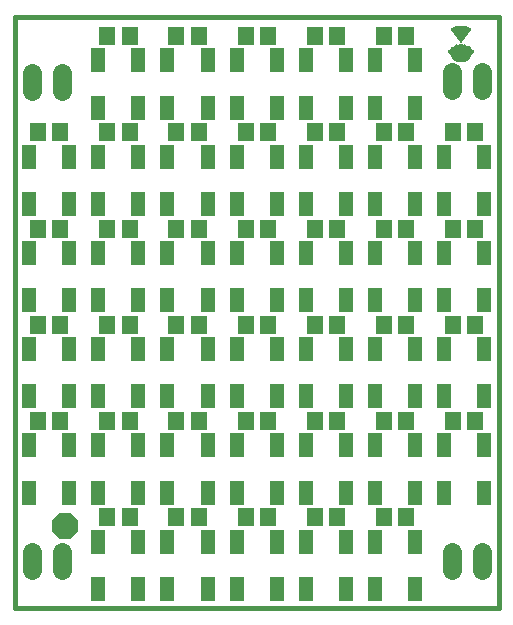
<source format=gts>
G75*
%MOIN*%
%OFA0B0*%
%FSLAX24Y24*%
%IPPOS*%
%LPD*%
%AMOC8*
5,1,8,0,0,1.08239X$1,22.5*
%
%ADD10C,0.0160*%
%ADD11R,0.0312X0.0004*%
%ADD12R,0.0344X0.0004*%
%ADD13R,0.0368X0.0004*%
%ADD14R,0.0392X0.0004*%
%ADD15R,0.0408X0.0004*%
%ADD16R,0.0424X0.0004*%
%ADD17R,0.0432X0.0004*%
%ADD18R,0.0448X0.0004*%
%ADD19R,0.0456X0.0004*%
%ADD20R,0.0472X0.0004*%
%ADD21R,0.0480X0.0004*%
%ADD22R,0.0488X0.0004*%
%ADD23R,0.0496X0.0004*%
%ADD24R,0.0504X0.0004*%
%ADD25R,0.0512X0.0004*%
%ADD26R,0.0520X0.0004*%
%ADD27R,0.0528X0.0004*%
%ADD28R,0.0536X0.0004*%
%ADD29R,0.0536X0.0004*%
%ADD30R,0.0544X0.0004*%
%ADD31R,0.0552X0.0004*%
%ADD32R,0.0560X0.0004*%
%ADD33R,0.0560X0.0004*%
%ADD34R,0.0568X0.0004*%
%ADD35R,0.0576X0.0004*%
%ADD36R,0.0584X0.0004*%
%ADD37R,0.0592X0.0004*%
%ADD38R,0.0592X0.0004*%
%ADD39R,0.0600X0.0004*%
%ADD40R,0.0608X0.0004*%
%ADD41R,0.0608X0.0004*%
%ADD42R,0.0616X0.0004*%
%ADD43R,0.0624X0.0004*%
%ADD44R,0.0632X0.0004*%
%ADD45R,0.0632X0.0004*%
%ADD46R,0.0640X0.0004*%
%ADD47R,0.0648X0.0004*%
%ADD48R,0.0648X0.0004*%
%ADD49R,0.0656X0.0004*%
%ADD50R,0.0664X0.0004*%
%ADD51R,0.0664X0.0004*%
%ADD52R,0.0672X0.0004*%
%ADD53R,0.0680X0.0004*%
%ADD54R,0.0680X0.0004*%
%ADD55R,0.0688X0.0004*%
%ADD56R,0.0696X0.0004*%
%ADD57R,0.0700X0.0004*%
%ADD58R,0.0708X0.0004*%
%ADD59R,0.0716X0.0004*%
%ADD60R,0.0720X0.0004*%
%ADD61R,0.0720X0.0004*%
%ADD62R,0.0724X0.0004*%
%ADD63R,0.0808X0.0004*%
%ADD64R,0.0824X0.0004*%
%ADD65R,0.0832X0.0004*%
%ADD66R,0.0840X0.0004*%
%ADD67R,0.0848X0.0004*%
%ADD68R,0.0856X0.0004*%
%ADD69R,0.0860X0.0004*%
%ADD70R,0.0864X0.0004*%
%ADD71R,0.0864X0.0004*%
%ADD72R,0.0868X0.0004*%
%ADD73R,0.0872X0.0004*%
%ADD74R,0.0872X0.0004*%
%ADD75R,0.0860X0.0004*%
%ADD76R,0.0832X0.0004*%
%ADD77R,0.0824X0.0004*%
%ADD78R,0.0708X0.0004*%
%ADD79R,0.0712X0.0004*%
%ADD80R,0.0712X0.0004*%
%ADD81R,0.0700X0.0004*%
%ADD82R,0.0696X0.0004*%
%ADD83R,0.0692X0.0004*%
%ADD84R,0.0668X0.0004*%
%ADD85R,0.0660X0.0004*%
%ADD86R,0.0452X0.0004*%
%ADD87R,0.0188X0.0004*%
%ADD88R,0.0448X0.0004*%
%ADD89R,0.0440X0.0004*%
%ADD90R,0.0184X0.0004*%
%ADD91R,0.0432X0.0004*%
%ADD92R,0.0184X0.0004*%
%ADD93R,0.0424X0.0004*%
%ADD94R,0.0412X0.0004*%
%ADD95R,0.0128X0.0004*%
%ADD96R,0.0044X0.0004*%
%ADD97R,0.0400X0.0004*%
%ADD98R,0.0008X0.0004*%
%ADD99R,0.0388X0.0004*%
%ADD100R,0.0132X0.0004*%
%ADD101R,0.0360X0.0004*%
%ADD102R,0.0136X0.0004*%
%ADD103R,0.0340X0.0004*%
%ADD104R,0.0140X0.0004*%
%ADD105R,0.0328X0.0004*%
%ADD106R,0.0144X0.0004*%
%ADD107R,0.0324X0.0004*%
%ADD108R,0.0148X0.0004*%
%ADD109R,0.0320X0.0004*%
%ADD110R,0.0156X0.0004*%
%ADD111R,0.0316X0.0004*%
%ADD112R,0.0176X0.0004*%
%ADD113R,0.0080X0.0004*%
%ADD114R,0.0052X0.0004*%
%ADD115R,0.0380X0.0004*%
%ADD116R,0.0372X0.0004*%
%ADD117R,0.0356X0.0004*%
%ADD118R,0.0004X0.0004*%
%ADD119R,0.0308X0.0004*%
%ADD120R,0.0060X0.0004*%
%ADD121R,0.0240X0.0004*%
%ADD122R,0.0232X0.0004*%
%ADD123R,0.0044X0.0004*%
%ADD124R,0.0164X0.0004*%
%ADD125R,0.0056X0.0004*%
%ADD126R,0.0036X0.0004*%
%ADD127R,0.0156X0.0004*%
%ADD128R,0.0048X0.0004*%
%ADD129R,0.0024X0.0004*%
%ADD130R,0.0036X0.0004*%
%ADD131R,0.0016X0.0004*%
%ADD132R,0.0028X0.0004*%
%ADD133R,0.0012X0.0004*%
%ADD134R,0.0124X0.0004*%
%ADD135R,0.0108X0.0004*%
%ADD136R,0.0008X0.0004*%
%ADD137R,0.0092X0.0004*%
%ADD138R,0.0068X0.0004*%
%ADD139R,0.0008X0.0004*%
%ADD140R,0.0016X0.0004*%
%ADD141R,0.0024X0.0004*%
%ADD142R,0.0032X0.0004*%
%ADD143R,0.0032X0.0004*%
%ADD144R,0.0040X0.0004*%
%ADD145R,0.0056X0.0004*%
%ADD146R,0.0064X0.0004*%
%ADD147R,0.0072X0.0004*%
%ADD148R,0.0088X0.0004*%
%ADD149R,0.0096X0.0004*%
%ADD150R,0.0104X0.0004*%
%ADD151R,0.0112X0.0004*%
%ADD152R,0.0120X0.0004*%
%ADD153R,0.0124X0.0004*%
%ADD154R,0.0128X0.0004*%
%ADD155R,0.0144X0.0004*%
%ADD156R,0.0152X0.0004*%
%ADD157R,0.0152X0.0004*%
%ADD158R,0.0160X0.0004*%
%ADD159R,0.0168X0.0004*%
%ADD160R,0.0176X0.0004*%
%ADD161R,0.0184X0.0004*%
%ADD162R,0.0192X0.0004*%
%ADD163R,0.0200X0.0004*%
%ADD164R,0.0208X0.0004*%
%ADD165R,0.0216X0.0004*%
%ADD166R,0.0216X0.0004*%
%ADD167R,0.0224X0.0004*%
%ADD168R,0.0232X0.0004*%
%ADD169R,0.0240X0.0004*%
%ADD170R,0.0248X0.0004*%
%ADD171R,0.0256X0.0004*%
%ADD172R,0.0264X0.0004*%
%ADD173R,0.0272X0.0004*%
%ADD174R,0.0280X0.0004*%
%ADD175R,0.0288X0.0004*%
%ADD176R,0.0296X0.0004*%
%ADD177R,0.0304X0.0004*%
%ADD178R,0.0320X0.0004*%
%ADD179R,0.0328X0.0004*%
%ADD180R,0.0336X0.0004*%
%ADD181R,0.0336X0.0004*%
%ADD182R,0.0200X0.0004*%
%ADD183R,0.0128X0.0004*%
%ADD184R,0.0204X0.0004*%
%ADD185R,0.0216X0.0004*%
%ADD186R,0.0228X0.0004*%
%ADD187R,0.0416X0.0004*%
%ADD188R,0.0424X0.0004*%
%ADD189R,0.0428X0.0004*%
%ADD190R,0.0304X0.0004*%
%ADD191R,0.0180X0.0004*%
%ADD192R,0.0112X0.0004*%
%ADD193R,0.0176X0.0004*%
%ADD194R,0.0112X0.0004*%
%ADD195R,0.0132X0.0004*%
%ADD196R,0.0116X0.0004*%
%ADD197R,0.0332X0.0004*%
%ADD198R,0.0336X0.0004*%
%ADD199R,0.0480X0.0004*%
%ADD200R,0.0496X0.0004*%
%ADD201R,0.0512X0.0004*%
%ADD202R,0.0544X0.0004*%
%ADD203R,0.0208X0.0004*%
%ADD204R,0.0356X0.0004*%
%ADD205R,0.0208X0.0004*%
%ADD206R,0.0364X0.0004*%
%ADD207R,0.0212X0.0004*%
%ADD208R,0.0368X0.0004*%
%ADD209R,0.0220X0.0004*%
%ADD210R,0.0600X0.0004*%
%ADD211R,0.0356X0.0004*%
%ADD212R,0.0228X0.0004*%
%ADD213R,0.0236X0.0004*%
%ADD214R,0.0360X0.0004*%
%ADD215R,0.0368X0.0004*%
%ADD216R,0.0244X0.0004*%
%ADD217R,0.0252X0.0004*%
%ADD218R,0.0376X0.0004*%
%ADD219R,0.0672X0.0004*%
%ADD220R,0.0624X0.0004*%
%ADD221R,0.0596X0.0004*%
%ADD222R,0.0552X0.0004*%
%ADD223R,0.0456X0.0004*%
%ADD224R,0.0384X0.0004*%
%ADD225R,0.0352X0.0004*%
%ADD226R,0.0188X0.0004*%
%ADD227R,0.0108X0.0004*%
%ADD228R,0.0473X0.0827*%
%ADD229R,0.0552X0.0631*%
%ADD230C,0.0640*%
%ADD231OC8,0.0890*%
D10*
X000208Y000180D02*
X016349Y000180D01*
X016349Y019865D01*
X000208Y019865D01*
X000208Y000180D01*
D11*
X015088Y018382D03*
X015092Y018894D03*
X015088Y019194D03*
X015088Y019198D03*
D12*
X015088Y018386D03*
D13*
X015088Y018390D03*
D14*
X015088Y018394D03*
X015064Y018878D03*
D15*
X015088Y019258D03*
X015088Y019262D03*
X015088Y019518D03*
X015088Y018398D03*
D16*
X015088Y018402D03*
D17*
X015088Y018406D03*
X015088Y019278D03*
X015088Y019514D03*
D18*
X015088Y018410D03*
D19*
X015088Y018414D03*
D20*
X015088Y018418D03*
D21*
X015088Y018422D03*
X015088Y019506D03*
D22*
X015088Y019314D03*
X015088Y018426D03*
D23*
X015088Y018430D03*
D24*
X015088Y018434D03*
X015088Y019326D03*
D25*
X015088Y019498D03*
X015088Y018438D03*
D26*
X015088Y018442D03*
X015088Y019334D03*
X015088Y019338D03*
D27*
X015088Y019342D03*
X015088Y018446D03*
D28*
X015088Y018450D03*
D29*
X015088Y018454D03*
X015088Y019346D03*
X015088Y019494D03*
D30*
X015088Y019354D03*
X015088Y018458D03*
D31*
X015088Y018462D03*
X015088Y019358D03*
D32*
X015088Y019362D03*
X015088Y018466D03*
D33*
X015088Y018470D03*
D34*
X015088Y018474D03*
X015088Y019366D03*
X015088Y019486D03*
D35*
X015088Y018482D03*
X015088Y018478D03*
D36*
X015088Y018486D03*
X015088Y019482D03*
D37*
X015088Y018490D03*
D38*
X015088Y018494D03*
D39*
X015088Y018498D03*
X015088Y018502D03*
D40*
X015088Y018506D03*
X015088Y019474D03*
D41*
X015088Y018510D03*
D42*
X015088Y018514D03*
X015088Y018518D03*
D43*
X015088Y018522D03*
X015088Y018526D03*
D44*
X015088Y018530D03*
D45*
X015088Y018534D03*
X015088Y019466D03*
D46*
X015088Y018542D03*
X015088Y018538D03*
D47*
X015088Y018546D03*
X015088Y018554D03*
X015088Y019462D03*
D48*
X015088Y018550D03*
D49*
X015088Y018558D03*
X015088Y018562D03*
X015088Y019426D03*
X015088Y019458D03*
D50*
X015088Y019454D03*
X015088Y019434D03*
X015088Y018566D03*
D51*
X015088Y018570D03*
X015088Y019430D03*
D52*
X015088Y019438D03*
X015092Y018806D03*
X015088Y018582D03*
X015088Y018578D03*
X015088Y018574D03*
D53*
X015088Y018586D03*
X015088Y018802D03*
X015088Y019442D03*
X015088Y019446D03*
D54*
X015088Y018590D03*
D55*
X015088Y018594D03*
X015088Y018598D03*
X015088Y018798D03*
D56*
X015088Y018606D03*
X015088Y018602D03*
D57*
X015090Y018610D03*
D58*
X015090Y018614D03*
X015090Y018618D03*
D59*
X015090Y018622D03*
X015090Y018626D03*
D60*
X015088Y018630D03*
D61*
X015088Y018634D03*
D62*
X015086Y018638D03*
D63*
X015088Y018642D03*
X015088Y018734D03*
D64*
X015088Y018646D03*
D65*
X015088Y018650D03*
D66*
X015088Y018654D03*
X015088Y018722D03*
D67*
X015088Y018718D03*
X015088Y018658D03*
D68*
X015088Y018662D03*
X015088Y018714D03*
D69*
X015086Y018666D03*
D70*
X015088Y018670D03*
D71*
X015088Y018674D03*
X015088Y018702D03*
X015088Y018706D03*
D72*
X015086Y018698D03*
X015086Y018682D03*
X015086Y018678D03*
D73*
X015088Y018686D03*
X015088Y018694D03*
D74*
X015088Y018690D03*
D75*
X015086Y018710D03*
D76*
X015088Y018726D03*
D77*
X015088Y018730D03*
D78*
X015078Y018766D03*
X015082Y018778D03*
D79*
X015080Y018770D03*
D80*
X015080Y018774D03*
D81*
X015082Y018782D03*
X015082Y018786D03*
D82*
X015084Y018790D03*
D83*
X015086Y018794D03*
D84*
X015094Y018810D03*
D85*
X015094Y018814D03*
X015094Y018818D03*
D86*
X015194Y018822D03*
D87*
X014862Y018838D03*
X014858Y018826D03*
X014858Y018822D03*
D88*
X015196Y018826D03*
D89*
X015196Y018830D03*
D90*
X014860Y018830D03*
D91*
X015196Y018834D03*
D92*
X014860Y018834D03*
D93*
X015200Y018838D03*
D94*
X015202Y018842D03*
D95*
X014900Y018846D03*
X014896Y018842D03*
X014980Y019218D03*
X014976Y019222D03*
D96*
X014790Y018842D03*
D97*
X015204Y018846D03*
X015088Y019254D03*
D98*
X015088Y018994D03*
X014772Y018846D03*
D99*
X015206Y018850D03*
D100*
X014906Y018850D03*
X015250Y019290D03*
D101*
X015200Y019378D03*
X015216Y018854D03*
D102*
X015088Y018922D03*
X015088Y019078D03*
X014968Y019238D03*
X014908Y018854D03*
D103*
X015222Y018858D03*
D104*
X014914Y018858D03*
X014966Y019242D03*
D105*
X015156Y019298D03*
X015220Y018862D03*
D106*
X014920Y018862D03*
D107*
X015218Y018866D03*
D108*
X015090Y018918D03*
X014926Y018866D03*
D109*
X015212Y018870D03*
X015088Y019530D03*
D110*
X014970Y019250D03*
X014934Y018870D03*
D111*
X015206Y018874D03*
D112*
X014952Y018874D03*
D113*
X015088Y019038D03*
X015088Y019042D03*
X015316Y018878D03*
D114*
X015314Y018882D03*
X015214Y018906D03*
D115*
X015066Y018882D03*
D116*
X015070Y018886D03*
D117*
X015074Y018890D03*
X015194Y019370D03*
D118*
X014922Y018894D03*
D119*
X015094Y018898D03*
D120*
X015214Y018902D03*
D121*
X015060Y018902D03*
X015088Y019146D03*
X015288Y019414D03*
X015088Y019538D03*
D122*
X015276Y019394D03*
X015280Y019398D03*
X015060Y018906D03*
D123*
X015218Y018910D03*
D124*
X015090Y018910D03*
D125*
X014976Y018910D03*
D126*
X015218Y018914D03*
D127*
X015090Y018914D03*
D128*
X015088Y019018D03*
X014972Y018914D03*
D129*
X015220Y018918D03*
D130*
X015090Y018942D03*
X014970Y018918D03*
D131*
X014964Y018926D03*
X015220Y018922D03*
D132*
X014966Y018922D03*
D133*
X015222Y018926D03*
D134*
X015090Y018926D03*
X015246Y019282D03*
X014914Y019306D03*
D135*
X015090Y018930D03*
D136*
X014960Y018930D03*
D137*
X015090Y018934D03*
D138*
X015090Y018938D03*
D139*
X015088Y018990D03*
D140*
X015088Y018998D03*
D141*
X015088Y019002D03*
D142*
X015088Y019006D03*
D143*
X015088Y019010D03*
D144*
X015088Y019014D03*
D145*
X015088Y019022D03*
X015088Y019026D03*
D146*
X015088Y019030D03*
D147*
X015088Y019034D03*
D148*
X015088Y019046D03*
D149*
X015088Y019050D03*
D150*
X015088Y019054D03*
X015088Y019058D03*
D151*
X015088Y019062D03*
D152*
X015088Y019066D03*
X014912Y019302D03*
D153*
X015090Y019070D03*
D154*
X015088Y019074D03*
X014972Y019226D03*
X014968Y019234D03*
X015248Y019286D03*
D155*
X015088Y019082D03*
X014968Y019246D03*
D156*
X015088Y019086D03*
D157*
X015088Y019090D03*
D158*
X015088Y019094D03*
D159*
X015088Y019098D03*
X015088Y019102D03*
D160*
X015088Y019106D03*
D161*
X015088Y019110D03*
D162*
X015088Y019114D03*
X015088Y019118D03*
D163*
X015088Y019122D03*
X015160Y019218D03*
X015164Y019222D03*
X015168Y019226D03*
D164*
X015172Y019238D03*
X015088Y019126D03*
D165*
X015088Y019130D03*
D166*
X015088Y019134D03*
D167*
X015088Y019138D03*
D168*
X015088Y019142D03*
X015284Y019406D03*
D169*
X015088Y019150D03*
D170*
X015088Y019154D03*
D171*
X015088Y019158D03*
D172*
X015088Y019162D03*
X015088Y019166D03*
D173*
X015088Y019170D03*
D174*
X015088Y019174D03*
X015088Y019534D03*
D175*
X015088Y019182D03*
X015088Y019178D03*
D176*
X015088Y019186D03*
D177*
X015088Y019190D03*
D178*
X015088Y019202D03*
D179*
X015088Y019206D03*
D180*
X015088Y019210D03*
D181*
X015088Y019214D03*
D182*
X015168Y019230D03*
D183*
X014972Y019230D03*
D184*
X014902Y019374D03*
X015170Y019234D03*
D185*
X015172Y019242D03*
X015172Y019246D03*
D186*
X015170Y019250D03*
D187*
X015088Y019266D03*
D188*
X015088Y019270D03*
D189*
X015086Y019274D03*
D190*
X015020Y019282D03*
D191*
X015078Y019286D03*
X015082Y019294D03*
D192*
X014920Y019286D03*
X014916Y019294D03*
D193*
X015080Y019290D03*
D194*
X014916Y019290D03*
D195*
X015250Y019294D03*
D196*
X014914Y019298D03*
D197*
X015158Y019302D03*
D198*
X015156Y019306D03*
D199*
X015088Y019310D03*
D200*
X015088Y019318D03*
X015088Y019322D03*
X015088Y019502D03*
D201*
X015088Y019330D03*
D202*
X015088Y019350D03*
D203*
X014908Y019370D03*
D204*
X014958Y019398D03*
X014958Y019402D03*
X015198Y019374D03*
D205*
X014900Y019378D03*
D206*
X015202Y019382D03*
D207*
X014898Y019382D03*
D208*
X015200Y019386D03*
D209*
X014902Y019386D03*
D210*
X015088Y019390D03*
D211*
X014962Y019394D03*
X014954Y019406D03*
D212*
X015282Y019402D03*
D213*
X015286Y019410D03*
D214*
X014952Y019410D03*
D215*
X014952Y019414D03*
X014952Y019418D03*
D216*
X015286Y019418D03*
D217*
X015286Y019422D03*
D218*
X014952Y019422D03*
D219*
X015088Y019450D03*
D220*
X015088Y019470D03*
D221*
X015086Y019478D03*
D222*
X015088Y019490D03*
D223*
X015088Y019510D03*
D224*
X015088Y019522D03*
D225*
X015088Y019526D03*
D226*
X015090Y019542D03*
D227*
X015086Y019546D03*
D228*
X013560Y018428D03*
X013560Y016853D03*
X012221Y016853D03*
X011254Y016853D03*
X011254Y018428D03*
X012221Y018428D03*
X009915Y018428D03*
X008948Y018428D03*
X008948Y016853D03*
X009915Y016853D03*
X009915Y015219D03*
X008948Y015219D03*
X008948Y013645D03*
X009915Y013645D03*
X011254Y013645D03*
X012221Y013645D03*
X012221Y015219D03*
X011254Y015219D03*
X013560Y015219D03*
X014527Y015219D03*
X014527Y013645D03*
X013560Y013645D03*
X013560Y012011D03*
X014527Y012011D03*
X014527Y010436D03*
X013560Y010436D03*
X012221Y010436D03*
X011254Y010436D03*
X011254Y012011D03*
X012221Y012011D03*
X009915Y012011D03*
X008948Y012011D03*
X008948Y010436D03*
X009915Y010436D03*
X009915Y008802D03*
X008948Y008802D03*
X008948Y007227D03*
X009915Y007227D03*
X011254Y007227D03*
X012221Y007227D03*
X012221Y008802D03*
X011254Y008802D03*
X013560Y008802D03*
X014527Y008802D03*
X014527Y007227D03*
X013560Y007227D03*
X013560Y005593D03*
X014527Y005593D03*
X014527Y004019D03*
X013560Y004019D03*
X012221Y004019D03*
X011254Y004019D03*
X011254Y005593D03*
X012221Y005593D03*
X009915Y005593D03*
X008948Y005593D03*
X008948Y004019D03*
X009915Y004019D03*
X009915Y002385D03*
X008948Y002385D03*
X008948Y000810D03*
X009915Y000810D03*
X011254Y000810D03*
X012221Y000810D03*
X012221Y002385D03*
X011254Y002385D03*
X013560Y002385D03*
X013560Y000810D03*
X015865Y004019D03*
X015865Y005593D03*
X015865Y007227D03*
X015865Y008802D03*
X015865Y010436D03*
X015865Y012011D03*
X015865Y013645D03*
X015865Y015219D03*
X007609Y015219D03*
X006641Y015219D03*
X006641Y013645D03*
X007609Y013645D03*
X007609Y012011D03*
X006641Y012011D03*
X006641Y010436D03*
X007609Y010436D03*
X007609Y008802D03*
X006641Y008802D03*
X006641Y007227D03*
X007609Y007227D03*
X007609Y005593D03*
X006641Y005593D03*
X006641Y004019D03*
X007609Y004019D03*
X007609Y002385D03*
X006641Y002385D03*
X006641Y000810D03*
X007609Y000810D03*
X005302Y000810D03*
X004334Y000810D03*
X004334Y002385D03*
X005302Y002385D03*
X005302Y004019D03*
X004334Y004019D03*
X004334Y005593D03*
X005302Y005593D03*
X005302Y007227D03*
X004334Y007227D03*
X004334Y008802D03*
X005302Y008802D03*
X005302Y010436D03*
X004334Y010436D03*
X004334Y012011D03*
X005302Y012011D03*
X005302Y013645D03*
X004334Y013645D03*
X004334Y015219D03*
X005302Y015219D03*
X005302Y016853D03*
X004334Y016853D03*
X004334Y018428D03*
X005302Y018428D03*
X006641Y018428D03*
X007609Y018428D03*
X007609Y016853D03*
X006641Y016853D03*
X002995Y016853D03*
X002995Y018428D03*
X002995Y015219D03*
X002030Y015219D03*
X002030Y013645D03*
X002995Y013645D03*
X002995Y012011D03*
X002030Y012011D03*
X002030Y010436D03*
X002995Y010436D03*
X002995Y008802D03*
X002030Y008802D03*
X002030Y007227D03*
X002995Y007227D03*
X002995Y005593D03*
X002030Y005593D03*
X002030Y004019D03*
X002995Y004019D03*
X002995Y002385D03*
X002995Y000810D03*
X000691Y004019D03*
X000691Y005593D03*
X000691Y007227D03*
X000691Y008802D03*
X000691Y010436D03*
X000691Y012011D03*
X000691Y013645D03*
X000691Y015219D03*
D229*
X000987Y016026D03*
X001735Y016026D03*
X003290Y016026D03*
X004038Y016026D03*
X005597Y016026D03*
X006345Y016026D03*
X007904Y016026D03*
X008652Y016026D03*
X010210Y016026D03*
X010958Y016026D03*
X012516Y016026D03*
X013264Y016026D03*
X014822Y016026D03*
X015570Y016026D03*
X015570Y012818D03*
X014822Y012818D03*
X013264Y012818D03*
X012516Y012818D03*
X010958Y012818D03*
X010210Y012818D03*
X008652Y012818D03*
X007904Y012818D03*
X006345Y012818D03*
X005597Y012818D03*
X004038Y012818D03*
X003290Y012818D03*
X001735Y012818D03*
X000987Y012818D03*
X000987Y009609D03*
X001735Y009609D03*
X003290Y009609D03*
X004038Y009609D03*
X005597Y009609D03*
X006345Y009609D03*
X007904Y009609D03*
X008652Y009609D03*
X010210Y009609D03*
X010958Y009609D03*
X012516Y009609D03*
X013264Y009609D03*
X014822Y009609D03*
X015570Y009609D03*
X015570Y006400D03*
X014822Y006400D03*
X013264Y006400D03*
X012516Y006400D03*
X010958Y006400D03*
X010210Y006400D03*
X008652Y006400D03*
X007904Y006400D03*
X006345Y006400D03*
X005597Y006400D03*
X004038Y006400D03*
X003290Y006400D03*
X001735Y006400D03*
X000987Y006400D03*
X003290Y003192D03*
X004038Y003192D03*
X005597Y003192D03*
X006345Y003192D03*
X007904Y003192D03*
X008652Y003192D03*
X010210Y003192D03*
X010958Y003192D03*
X012516Y003192D03*
X013264Y003192D03*
X013264Y019235D03*
X012516Y019235D03*
X010958Y019235D03*
X010210Y019235D03*
X008652Y019235D03*
X007904Y019235D03*
X006345Y019235D03*
X005597Y019235D03*
X004038Y019235D03*
X003290Y019235D03*
D230*
X001788Y018020D02*
X001788Y017420D01*
X000788Y017420D02*
X000788Y018020D01*
X000783Y002040D02*
X000783Y001440D01*
X001783Y001440D02*
X001783Y002040D01*
X014788Y002035D02*
X014788Y001435D01*
X015788Y001435D02*
X015788Y002035D01*
X015778Y017440D02*
X015778Y018040D01*
X014778Y018040D02*
X014778Y017440D01*
D231*
X001889Y002897D03*
M02*

</source>
